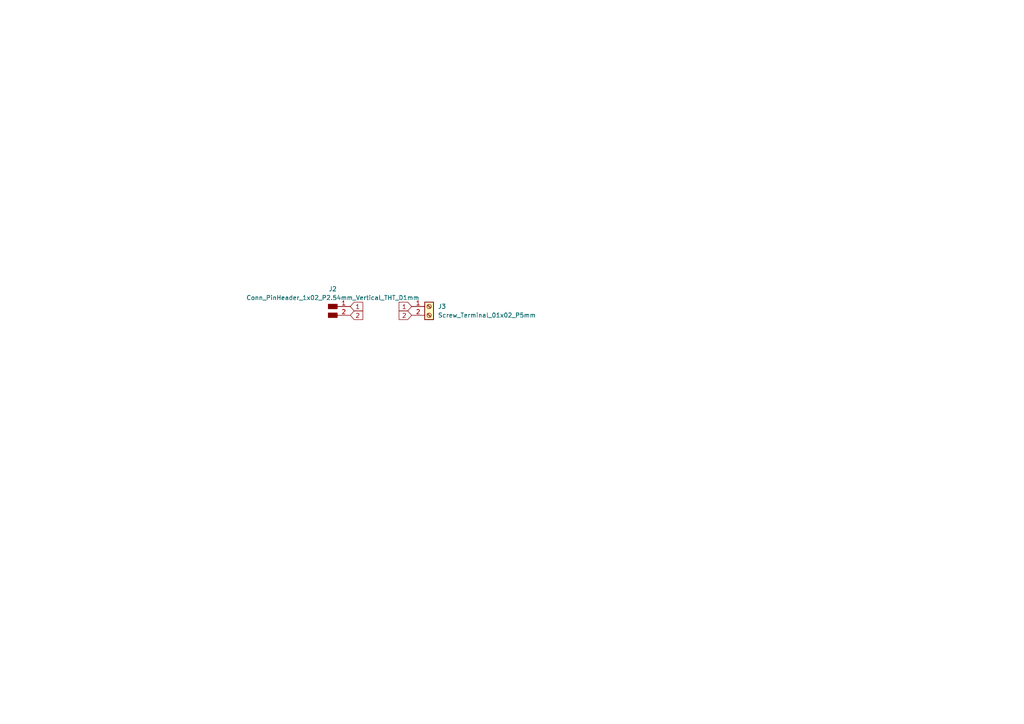
<source format=kicad_sch>
(kicad_sch (version 20231120) (generator "eeschema") (generator_version "8.0")
  (paper "A4")
  (lib_symbols
    (symbol "fab:Conn_PinHeader_1x02_P2.54mm_Vertical_THT_D1mm" (pin_names hide)
      (property "Reference" "J" (at 0 2.54 0))
      (property "Value" "Conn_PinHeader_1x02_P2.54mm_Vertical_THT_D1mm" (at 0 -5.08 0))
      (symbol "Conn_PinHeader_1x02_P2.54mm_Vertical_THT_D1mm_1_1"
        (rectangle (start -1.27 -1.905) (end 1.27 -3.175) (stroke (width 0.254)) (fill (type outline)))
        (rectangle (start -1.27 0.635) (end 1.27 -0.635) (stroke (width 0.254)) (fill (type outline)))
        (pin passive line (at 5.08 0 180) (length 3.81) (name "Pin_1") (number "1"))
        (pin passive line (at 5.08 -2.54 180) (length 3.81) (name "Pin_2") (number "2"))
      )
    )
    (symbol "fab:Screw_Terminal_01x02_P5mm" (pin_names (offset 1.016) hide)
      (property "Reference" "J" (at 0 3.81 0))
      (property "Value" "Screw_Terminal_01x02_P5mm" (at 0 -3.81 0))
      (symbol "Screw_Terminal_01x02_P5mm_1_1"
        (rectangle (start -1.27 2.54) (end 1.27 -2.54) (stroke (width 0.254)) (fill (type background)))
        (circle (center 0 -1.27) (radius 0.635) (stroke (width 0.1524)))
        (polyline (pts (xy -0.5334 -0.9398) (xy 0.3302 -1.778)) (stroke (width 0.1524)))
        (polyline (pts (xy -0.5334 1.6002) (xy 0.3302 0.762)) (stroke (width 0.1524)))
        (polyline (pts (xy -0.3556 -0.762) (xy 0.508 -1.6002)) (stroke (width 0.1524)))
        (polyline (pts (xy -0.3556 1.778) (xy 0.508 0.9398)) (stroke (width 0.1524)))
        (circle (center 0 1.27) (radius 0.635) (stroke (width 0.1524)))
        (pin passive line (at -5.08 1.27 0) (length 3.81) (name "Pin_1") (number "1"))
        (pin passive line (at -5.08 -1.27 0) (length 3.81) (name "Pin_2") (number "2"))
      )
    )
  )
  (global_label "1" (shape input) (at 119.38 88.9 180) (property "Intersheetrefs" "${INTERSHEET_REFS}" (effects (hide yes))))
  (global_label "1" (shape input) (at 101.6 88.9 0) (property "Intersheetrefs" "${INTERSHEET_REFS}" (effects (hide yes))))
  (global_label "2" (shape input) (at 119.38 91.44 180) (property "Intersheetrefs" "${INTERSHEET_REFS}" (effects (hide yes))))
  (global_label "2" (shape input) (at 101.6 91.44 0) (property "Intersheetrefs" "${INTERSHEET_REFS}" (effects (hide yes))))
  (symbol (lib_id "fab:Screw_Terminal_01x02_P5mm") (at 124.46 90.17 0) (unit 1)
    (property "Reference" "J3" (at 127 88.8999 0) (effects (justify left)))
    (property "Value" "Screw_Terminal_01x02_P5mm" (at 127 91.4399 0) (effects (justify left)))
    (property "Footprint" "fab:TerminalBlock_OnShore_1x02_P5.00mm_Horizontal" (effects (hide yes)))
    (property "Datasheet" "https://www.on-shore.com/wp-content/uploads/OSTTAXX0161.pdf" (effects (hide yes)))
    (property "Description" "TERM BLK 2POS SIDE ENTRY 5MM PCB" (effects (hide yes)))
  )
  (symbol (lib_id "fab:Conn_PinHeader_1x02_P2.54mm_Vertical_THT_D1mm") (at 96.52 88.9 0) (unit 1)
    (property "Reference" "J2" (at 96.52 83.82 0))
    (property "Value" "Conn_PinHeader_1x02_P2.54mm_Vertical_THT_D1mm" (at 96.52 86.36 0))
    (property "Footprint" "fab:PinHeader_1x02_P2.54mm_Vertical_THT_D1mm" (effects (hide yes)))
    (property "Description" "Male connector, single row" (effects (hide yes)))
  )
)
</source>
